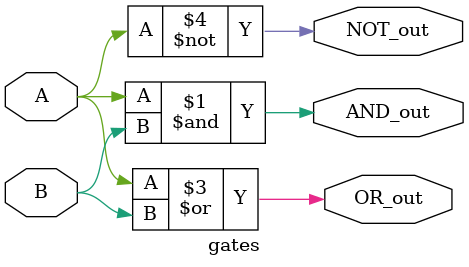
<source format=v>
module gates (
    input A, 
    input B,
    output AND_out, // Must match the testbench's 'AND_out'
    output OR_out,  // Must match the testbench's 'OR_out'
    output NOT_out  // Must match the testbench's 'NOT_out'
);
    // Gate implementations
    and G1 (AND_out, A, B);
    or G2 (OR_out, A, A, B); // Typo corrected: OR gate takes 2 inputs
    not G3 (NOT_out, A); 
    
endmodule

</source>
